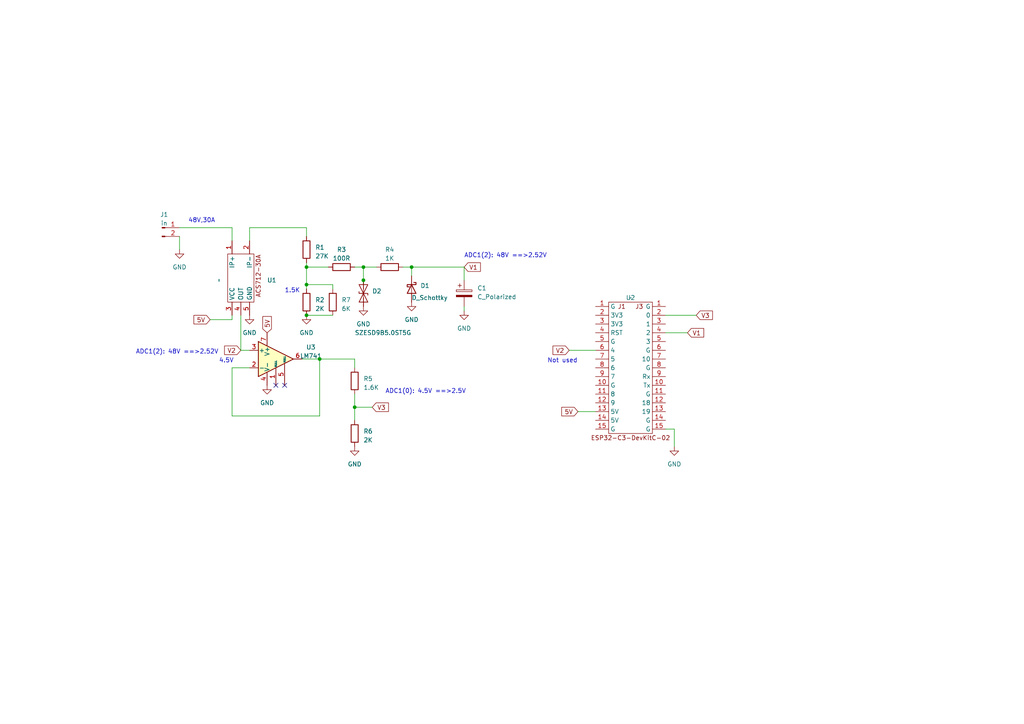
<source format=kicad_sch>
(kicad_sch (version 20230121) (generator eeschema)

  (uuid 3bf3f3b1-02f8-4d63-8e95-e6ca5f9d6777)

  (paper "A4")

  (title_block
    (title "VI Sensing for Lauron ")
    (rev "0")
    (company "IDS-FZI")
  )

  (lib_symbols
    (symbol "Amplifier_Operational:LM741" (pin_names (offset 0.127)) (in_bom yes) (on_board yes)
      (property "Reference" "U" (at 0 6.35 0)
        (effects (font (size 1.27 1.27)) (justify left))
      )
      (property "Value" "LM741" (at 0 3.81 0)
        (effects (font (size 1.27 1.27)) (justify left))
      )
      (property "Footprint" "" (at 1.27 1.27 0)
        (effects (font (size 1.27 1.27)) hide)
      )
      (property "Datasheet" "http://www.ti.com/lit/ds/symlink/lm741.pdf" (at 3.81 3.81 0)
        (effects (font (size 1.27 1.27)) hide)
      )
      (property "ki_keywords" "single opamp" (at 0 0 0)
        (effects (font (size 1.27 1.27)) hide)
      )
      (property "ki_description" "Operational Amplifier, DIP-8/TO-99-8" (at 0 0 0)
        (effects (font (size 1.27 1.27)) hide)
      )
      (property "ki_fp_filters" "SOIC*3.9x4.9mm*P1.27mm* DIP*W7.62mm* TSSOP*3x3mm*P0.65mm*" (at 0 0 0)
        (effects (font (size 1.27 1.27)) hide)
      )
      (symbol "LM741_0_1"
        (polyline
          (pts
            (xy -5.08 5.08)
            (xy 5.08 0)
            (xy -5.08 -5.08)
            (xy -5.08 5.08)
          )
          (stroke (width 0.254) (type default))
          (fill (type background))
        )
      )
      (symbol "LM741_1_1"
        (pin input line (at 0 -7.62 90) (length 5.08)
          (name "NULL" (effects (font (size 0.508 0.508))))
          (number "1" (effects (font (size 1.27 1.27))))
        )
        (pin input line (at -7.62 -2.54 0) (length 2.54)
          (name "-" (effects (font (size 1.27 1.27))))
          (number "2" (effects (font (size 1.27 1.27))))
        )
        (pin input line (at -7.62 2.54 0) (length 2.54)
          (name "+" (effects (font (size 1.27 1.27))))
          (number "3" (effects (font (size 1.27 1.27))))
        )
        (pin power_in line (at -2.54 -7.62 90) (length 3.81)
          (name "V-" (effects (font (size 1.27 1.27))))
          (number "4" (effects (font (size 1.27 1.27))))
        )
        (pin input line (at 2.54 -7.62 90) (length 6.35)
          (name "NULL" (effects (font (size 0.508 0.508))))
          (number "5" (effects (font (size 1.27 1.27))))
        )
        (pin output line (at 7.62 0 180) (length 2.54)
          (name "~" (effects (font (size 1.27 1.27))))
          (number "6" (effects (font (size 1.27 1.27))))
        )
        (pin power_in line (at -2.54 7.62 270) (length 3.81)
          (name "V+" (effects (font (size 1.27 1.27))))
          (number "7" (effects (font (size 1.27 1.27))))
        )
        (pin no_connect line (at 0 2.54 270) (length 2.54) hide
          (name "NC" (effects (font (size 1.27 1.27))))
          (number "8" (effects (font (size 1.27 1.27))))
        )
      )
    )
    (symbol "Connector:Conn_01x02_Pin" (pin_names (offset 1.016) hide) (in_bom yes) (on_board yes)
      (property "Reference" "J" (at 0 2.54 0)
        (effects (font (size 1.27 1.27)))
      )
      (property "Value" "Conn_01x02_Pin" (at 0 -5.08 0)
        (effects (font (size 1.27 1.27)))
      )
      (property "Footprint" "" (at 0 0 0)
        (effects (font (size 1.27 1.27)) hide)
      )
      (property "Datasheet" "~" (at 0 0 0)
        (effects (font (size 1.27 1.27)) hide)
      )
      (property "ki_locked" "" (at 0 0 0)
        (effects (font (size 1.27 1.27)))
      )
      (property "ki_keywords" "connector" (at 0 0 0)
        (effects (font (size 1.27 1.27)) hide)
      )
      (property "ki_description" "Generic connector, single row, 01x02, script generated" (at 0 0 0)
        (effects (font (size 1.27 1.27)) hide)
      )
      (property "ki_fp_filters" "Connector*:*_1x??_*" (at 0 0 0)
        (effects (font (size 1.27 1.27)) hide)
      )
      (symbol "Conn_01x02_Pin_1_1"
        (polyline
          (pts
            (xy 1.27 -2.54)
            (xy 0.8636 -2.54)
          )
          (stroke (width 0.1524) (type default))
          (fill (type none))
        )
        (polyline
          (pts
            (xy 1.27 0)
            (xy 0.8636 0)
          )
          (stroke (width 0.1524) (type default))
          (fill (type none))
        )
        (rectangle (start 0.8636 -2.413) (end 0 -2.667)
          (stroke (width 0.1524) (type default))
          (fill (type outline))
        )
        (rectangle (start 0.8636 0.127) (end 0 -0.127)
          (stroke (width 0.1524) (type default))
          (fill (type outline))
        )
        (pin passive line (at 5.08 0 180) (length 3.81)
          (name "Pin_1" (effects (font (size 1.27 1.27))))
          (number "1" (effects (font (size 1.27 1.27))))
        )
        (pin passive line (at 5.08 -2.54 180) (length 3.81)
          (name "Pin_2" (effects (font (size 1.27 1.27))))
          (number "2" (effects (font (size 1.27 1.27))))
        )
      )
    )
    (symbol "Device:C_Polarized" (pin_numbers hide) (pin_names (offset 0.254)) (in_bom yes) (on_board yes)
      (property "Reference" "C" (at 0.635 2.54 0)
        (effects (font (size 1.27 1.27)) (justify left))
      )
      (property "Value" "C_Polarized" (at 0.635 -2.54 0)
        (effects (font (size 1.27 1.27)) (justify left))
      )
      (property "Footprint" "" (at 0.9652 -3.81 0)
        (effects (font (size 1.27 1.27)) hide)
      )
      (property "Datasheet" "~" (at 0 0 0)
        (effects (font (size 1.27 1.27)) hide)
      )
      (property "ki_keywords" "cap capacitor" (at 0 0 0)
        (effects (font (size 1.27 1.27)) hide)
      )
      (property "ki_description" "Polarized capacitor" (at 0 0 0)
        (effects (font (size 1.27 1.27)) hide)
      )
      (property "ki_fp_filters" "CP_*" (at 0 0 0)
        (effects (font (size 1.27 1.27)) hide)
      )
      (symbol "C_Polarized_0_1"
        (rectangle (start -2.286 0.508) (end 2.286 1.016)
          (stroke (width 0) (type default))
          (fill (type none))
        )
        (polyline
          (pts
            (xy -1.778 2.286)
            (xy -0.762 2.286)
          )
          (stroke (width 0) (type default))
          (fill (type none))
        )
        (polyline
          (pts
            (xy -1.27 2.794)
            (xy -1.27 1.778)
          )
          (stroke (width 0) (type default))
          (fill (type none))
        )
        (rectangle (start 2.286 -0.508) (end -2.286 -1.016)
          (stroke (width 0) (type default))
          (fill (type outline))
        )
      )
      (symbol "C_Polarized_1_1"
        (pin passive line (at 0 3.81 270) (length 2.794)
          (name "~" (effects (font (size 1.27 1.27))))
          (number "1" (effects (font (size 1.27 1.27))))
        )
        (pin passive line (at 0 -3.81 90) (length 2.794)
          (name "~" (effects (font (size 1.27 1.27))))
          (number "2" (effects (font (size 1.27 1.27))))
        )
      )
    )
    (symbol "Device:D_Schottky" (pin_numbers hide) (pin_names (offset 1.016) hide) (in_bom yes) (on_board yes)
      (property "Reference" "D" (at 0 2.54 0)
        (effects (font (size 1.27 1.27)))
      )
      (property "Value" "D_Schottky" (at 0 -2.54 0)
        (effects (font (size 1.27 1.27)))
      )
      (property "Footprint" "" (at 0 0 0)
        (effects (font (size 1.27 1.27)) hide)
      )
      (property "Datasheet" "~" (at 0 0 0)
        (effects (font (size 1.27 1.27)) hide)
      )
      (property "ki_keywords" "diode Schottky" (at 0 0 0)
        (effects (font (size 1.27 1.27)) hide)
      )
      (property "ki_description" "Schottky diode" (at 0 0 0)
        (effects (font (size 1.27 1.27)) hide)
      )
      (property "ki_fp_filters" "TO-???* *_Diode_* *SingleDiode* D_*" (at 0 0 0)
        (effects (font (size 1.27 1.27)) hide)
      )
      (symbol "D_Schottky_0_1"
        (polyline
          (pts
            (xy 1.27 0)
            (xy -1.27 0)
          )
          (stroke (width 0) (type default))
          (fill (type none))
        )
        (polyline
          (pts
            (xy 1.27 1.27)
            (xy 1.27 -1.27)
            (xy -1.27 0)
            (xy 1.27 1.27)
          )
          (stroke (width 0.254) (type default))
          (fill (type none))
        )
        (polyline
          (pts
            (xy -1.905 0.635)
            (xy -1.905 1.27)
            (xy -1.27 1.27)
            (xy -1.27 -1.27)
            (xy -0.635 -1.27)
            (xy -0.635 -0.635)
          )
          (stroke (width 0.254) (type default))
          (fill (type none))
        )
      )
      (symbol "D_Schottky_1_1"
        (pin passive line (at -3.81 0 0) (length 2.54)
          (name "K" (effects (font (size 1.27 1.27))))
          (number "1" (effects (font (size 1.27 1.27))))
        )
        (pin passive line (at 3.81 0 180) (length 2.54)
          (name "A" (effects (font (size 1.27 1.27))))
          (number "2" (effects (font (size 1.27 1.27))))
        )
      )
    )
    (symbol "Device:R" (pin_numbers hide) (pin_names (offset 0)) (in_bom yes) (on_board yes)
      (property "Reference" "R" (at 2.032 0 90)
        (effects (font (size 1.27 1.27)))
      )
      (property "Value" "R" (at 0 0 90)
        (effects (font (size 1.27 1.27)))
      )
      (property "Footprint" "" (at -1.778 0 90)
        (effects (font (size 1.27 1.27)) hide)
      )
      (property "Datasheet" "~" (at 0 0 0)
        (effects (font (size 1.27 1.27)) hide)
      )
      (property "ki_keywords" "R res resistor" (at 0 0 0)
        (effects (font (size 1.27 1.27)) hide)
      )
      (property "ki_description" "Resistor" (at 0 0 0)
        (effects (font (size 1.27 1.27)) hide)
      )
      (property "ki_fp_filters" "R_*" (at 0 0 0)
        (effects (font (size 1.27 1.27)) hide)
      )
      (symbol "R_0_1"
        (rectangle (start -1.016 -2.54) (end 1.016 2.54)
          (stroke (width 0.254) (type default))
          (fill (type none))
        )
      )
      (symbol "R_1_1"
        (pin passive line (at 0 3.81 270) (length 1.27)
          (name "~" (effects (font (size 1.27 1.27))))
          (number "1" (effects (font (size 1.27 1.27))))
        )
        (pin passive line (at 0 -3.81 90) (length 1.27)
          (name "~" (effects (font (size 1.27 1.27))))
          (number "2" (effects (font (size 1.27 1.27))))
        )
      )
    )
    (symbol "Diode:SZESD9B5.0ST5G" (pin_numbers hide) (pin_names (offset 1.016) hide) (in_bom yes) (on_board yes)
      (property "Reference" "D" (at 0 2.54 0)
        (effects (font (size 1.27 1.27)))
      )
      (property "Value" "SZESD9B5.0ST5G" (at 0 -2.54 0)
        (effects (font (size 1.27 1.27)))
      )
      (property "Footprint" "Diode_SMD:D_SOD-923" (at 0 0 0)
        (effects (font (size 1.27 1.27)) hide)
      )
      (property "Datasheet" "https://www.onsemi.com/pub/Collateral/ESD9B-D.PDF" (at 0 0 0)
        (effects (font (size 1.27 1.27)) hide)
      )
      (property "ki_keywords" "diode TVS ESD" (at 0 0 0)
        (effects (font (size 1.27 1.27)) hide)
      )
      (property "ki_description" "ESD protection diode, 5.0Vrwm, SOD-923" (at 0 0 0)
        (effects (font (size 1.27 1.27)) hide)
      )
      (property "ki_fp_filters" "D*SOD?923*" (at 0 0 0)
        (effects (font (size 1.27 1.27)) hide)
      )
      (symbol "SZESD9B5.0ST5G_0_1"
        (polyline
          (pts
            (xy 1.27 0)
            (xy -1.27 0)
          )
          (stroke (width 0) (type default))
          (fill (type none))
        )
        (polyline
          (pts
            (xy -2.54 -1.27)
            (xy 0 0)
            (xy -2.54 1.27)
            (xy -2.54 -1.27)
          )
          (stroke (width 0.2032) (type default))
          (fill (type none))
        )
        (polyline
          (pts
            (xy 0.508 1.27)
            (xy 0 1.27)
            (xy 0 -1.27)
            (xy -0.508 -1.27)
          )
          (stroke (width 0.2032) (type default))
          (fill (type none))
        )
        (polyline
          (pts
            (xy 2.54 1.27)
            (xy 2.54 -1.27)
            (xy 0 0)
            (xy 2.54 1.27)
          )
          (stroke (width 0.2032) (type default))
          (fill (type none))
        )
      )
      (symbol "SZESD9B5.0ST5G_1_1"
        (pin passive line (at -3.81 0 0) (length 2.54)
          (name "A1" (effects (font (size 1.27 1.27))))
          (number "1" (effects (font (size 1.27 1.27))))
        )
        (pin passive line (at 3.81 0 180) (length 2.54)
          (name "A2" (effects (font (size 1.27 1.27))))
          (number "2" (effects (font (size 1.27 1.27))))
        )
      )
    )
    (symbol "VI:ACS712" (in_bom yes) (on_board yes)
      (property "Reference" "U" (at 0 0 0)
        (effects (font (size 1.27 1.27)))
      )
      (property "Value" "" (at 0 0 0)
        (effects (font (size 1.27 1.27)))
      )
      (property "Footprint" "" (at 0 0 0)
        (effects (font (size 1.27 1.27)) hide)
      )
      (property "Datasheet" "" (at 0 0 0)
        (effects (font (size 1.27 1.27)) hide)
      )
      (symbol "ACS712_0_1"
        (rectangle (start -6.35 -2.54) (end 7.62 -10.16)
          (stroke (width 0) (type default))
          (fill (type none))
        )
      )
      (symbol "ACS712_1_1"
        (text "ACS712-30A" (at 1.27 -11.43 0)
          (effects (font (size 1.27 1.27)))
        )
        (pin passive line (at 11.43 -3.81 180) (length 3.81)
          (name "IP+" (effects (font (size 1.27 1.27))))
          (number "1" (effects (font (size 1.27 1.27))))
        )
        (pin passive line (at 11.43 -8.89 180) (length 3.81)
          (name "IP-" (effects (font (size 1.27 1.27))))
          (number "2" (effects (font (size 1.27 1.27))))
        )
        (pin passive line (at -10.16 -3.81 0) (length 3.81)
          (name "VCC" (effects (font (size 1.27 1.27))))
          (number "3" (effects (font (size 1.27 1.27))))
        )
        (pin passive line (at -10.16 -6.35 0) (length 3.81)
          (name "OUT" (effects (font (size 1.27 1.27))))
          (number "4" (effects (font (size 1.27 1.27))))
        )
        (pin passive line (at -10.16 -8.89 0) (length 3.81)
          (name "GND" (effects (font (size 1.27 1.27))))
          (number "5" (effects (font (size 1.27 1.27))))
        )
      )
    )
    (symbol "VI:ESP32-C3" (in_bom yes) (on_board yes)
      (property "Reference" "U" (at 0 0 0)
        (effects (font (size 1.27 1.27)))
      )
      (property "Value" "" (at 0 0 0)
        (effects (font (size 1.27 1.27)))
      )
      (property "Footprint" "" (at 0 0 0)
        (effects (font (size 1.27 1.27)) hide)
      )
      (property "Datasheet" "" (at 0 0 0)
        (effects (font (size 1.27 1.27)) hide)
      )
      (symbol "ESP32-C3_0_1"
        (rectangle (start -6.35 -1.27) (end 6.35 -39.37)
          (stroke (width 0) (type default))
          (fill (type none))
        )
      )
      (symbol "ESP32-C3_1_1"
        (text "ESP32-C3-DevKitC-02" (at 0 -40.64 0)
          (effects (font (size 1.27 1.27)))
        )
        (text "J1" (at -2.54 -2.54 0)
          (effects (font (size 1.27 1.27)))
        )
        (text "J3" (at 2.54 -2.54 0)
          (effects (font (size 1.27 1.27)))
        )
        (pin passive line (at -10.16 -2.54 0) (length 3.81)
          (name "G" (effects (font (size 1.27 1.27))))
          (number "1" (effects (font (size 1.27 1.27))))
        )
        (pin passive line (at 10.16 -2.54 180) (length 3.81)
          (name "G" (effects (font (size 1.27 1.27))))
          (number "1" (effects (font (size 1.27 1.27))))
        )
        (pin passive line (at -10.16 -25.4 0) (length 3.81)
          (name "G" (effects (font (size 1.27 1.27))))
          (number "10" (effects (font (size 1.27 1.27))))
        )
        (pin passive line (at 10.16 -25.4 180) (length 3.81)
          (name "Tx" (effects (font (size 1.27 1.27))))
          (number "10" (effects (font (size 1.27 1.27))))
        )
        (pin passive line (at -10.16 -27.94 0) (length 3.81)
          (name "8" (effects (font (size 1.27 1.27))))
          (number "11" (effects (font (size 1.27 1.27))))
        )
        (pin passive line (at 10.16 -27.94 180) (length 3.81)
          (name "G" (effects (font (size 1.27 1.27))))
          (number "11" (effects (font (size 1.27 1.27))))
        )
        (pin passive line (at 10.16 -30.48 180) (length 3.81)
          (name "18" (effects (font (size 1.27 1.27))))
          (number "12" (effects (font (size 1.27 1.27))))
        )
        (pin passive line (at -10.16 -30.48 0) (length 3.81)
          (name "9" (effects (font (size 1.27 1.27))))
          (number "12" (effects (font (size 1.27 1.27))))
        )
        (pin passive line (at 10.16 -33.02 180) (length 3.81)
          (name "19" (effects (font (size 1.27 1.27))))
          (number "13" (effects (font (size 1.27 1.27))))
        )
        (pin passive line (at -10.16 -33.02 0) (length 3.81)
          (name "5V" (effects (font (size 1.27 1.27))))
          (number "13" (effects (font (size 1.27 1.27))))
        )
        (pin passive line (at -10.16 -35.56 0) (length 3.81)
          (name "5V" (effects (font (size 1.27 1.27))))
          (number "14" (effects (font (size 1.27 1.27))))
        )
        (pin passive line (at 10.16 -35.56 180) (length 3.81)
          (name "G" (effects (font (size 1.27 1.27))))
          (number "14" (effects (font (size 1.27 1.27))))
        )
        (pin passive line (at -10.16 -38.1 0) (length 3.81)
          (name "G" (effects (font (size 1.27 1.27))))
          (number "15" (effects (font (size 1.27 1.27))))
        )
        (pin passive line (at 10.16 -38.1 180) (length 3.81)
          (name "G" (effects (font (size 1.27 1.27))))
          (number "15" (effects (font (size 1.27 1.27))))
        )
        (pin passive line (at 10.16 -5.08 180) (length 3.81)
          (name "0" (effects (font (size 1.27 1.27))))
          (number "2" (effects (font (size 1.27 1.27))))
        )
        (pin passive line (at -10.16 -5.08 0) (length 3.81)
          (name "3V3" (effects (font (size 1.27 1.27))))
          (number "2" (effects (font (size 1.27 1.27))))
        )
        (pin passive line (at 10.16 -7.62 180) (length 3.81)
          (name "1" (effects (font (size 1.27 1.27))))
          (number "3" (effects (font (size 1.27 1.27))))
        )
        (pin passive line (at -10.16 -7.62 0) (length 3.81)
          (name "3V3" (effects (font (size 1.27 1.27))))
          (number "3" (effects (font (size 1.27 1.27))))
        )
        (pin passive line (at 10.16 -10.16 180) (length 3.81)
          (name "2" (effects (font (size 1.27 1.27))))
          (number "4" (effects (font (size 1.27 1.27))))
        )
        (pin passive line (at -10.16 -10.16 0) (length 3.81)
          (name "RST" (effects (font (size 1.27 1.27))))
          (number "4" (effects (font (size 1.27 1.27))))
        )
        (pin passive line (at 10.16 -12.7 180) (length 3.81)
          (name "3" (effects (font (size 1.27 1.27))))
          (number "5" (effects (font (size 1.27 1.27))))
        )
        (pin passive line (at -10.16 -12.7 0) (length 3.81)
          (name "G" (effects (font (size 1.27 1.27))))
          (number "5" (effects (font (size 1.27 1.27))))
        )
        (pin passive line (at -10.16 -15.24 0) (length 3.81)
          (name "4" (effects (font (size 1.27 1.27))))
          (number "6" (effects (font (size 1.27 1.27))))
        )
        (pin passive line (at 10.16 -15.24 180) (length 3.81)
          (name "G" (effects (font (size 1.27 1.27))))
          (number "6" (effects (font (size 1.27 1.27))))
        )
        (pin passive line (at 10.16 -17.78 180) (length 3.81)
          (name "10" (effects (font (size 1.27 1.27))))
          (number "7" (effects (font (size 1.27 1.27))))
        )
        (pin passive line (at -10.16 -17.78 0) (length 3.81)
          (name "5" (effects (font (size 1.27 1.27))))
          (number "7" (effects (font (size 1.27 1.27))))
        )
        (pin passive line (at -10.16 -20.32 0) (length 3.81)
          (name "6" (effects (font (size 1.27 1.27))))
          (number "8" (effects (font (size 1.27 1.27))))
        )
        (pin passive line (at 10.16 -20.32 180) (length 3.81)
          (name "G" (effects (font (size 1.27 1.27))))
          (number "8" (effects (font (size 1.27 1.27))))
        )
        (pin passive line (at -10.16 -22.86 0) (length 3.81)
          (name "7" (effects (font (size 1.27 1.27))))
          (number "9" (effects (font (size 1.27 1.27))))
        )
        (pin passive line (at 10.16 -22.86 180) (length 3.81)
          (name "Rx" (effects (font (size 1.27 1.27))))
          (number "9" (effects (font (size 1.27 1.27))))
        )
      )
    )
    (symbol "power:GND" (power) (pin_names (offset 0)) (in_bom yes) (on_board yes)
      (property "Reference" "#PWR" (at 0 -6.35 0)
        (effects (font (size 1.27 1.27)) hide)
      )
      (property "Value" "GND" (at 0 -3.81 0)
        (effects (font (size 1.27 1.27)))
      )
      (property "Footprint" "" (at 0 0 0)
        (effects (font (size 1.27 1.27)) hide)
      )
      (property "Datasheet" "" (at 0 0 0)
        (effects (font (size 1.27 1.27)) hide)
      )
      (property "ki_keywords" "global power" (at 0 0 0)
        (effects (font (size 1.27 1.27)) hide)
      )
      (property "ki_description" "Power symbol creates a global label with name \"GND\" , ground" (at 0 0 0)
        (effects (font (size 1.27 1.27)) hide)
      )
      (symbol "GND_0_1"
        (polyline
          (pts
            (xy 0 0)
            (xy 0 -1.27)
            (xy 1.27 -1.27)
            (xy 0 -2.54)
            (xy -1.27 -1.27)
            (xy 0 -1.27)
          )
          (stroke (width 0) (type default))
          (fill (type none))
        )
      )
      (symbol "GND_1_1"
        (pin power_in line (at 0 0 270) (length 0) hide
          (name "GND" (effects (font (size 1.27 1.27))))
          (number "1" (effects (font (size 1.27 1.27))))
        )
      )
    )
  )

  (junction (at 102.87 118.11) (diameter 0) (color 0 0 0 0)
    (uuid 1c1a61e8-6bf8-486f-b3ba-d6ca65a312eb)
  )
  (junction (at 119.38 77.47) (diameter 0) (color 0 0 0 0)
    (uuid 2648015c-df0f-4fe1-858b-0494b047d0dc)
  )
  (junction (at 88.9 77.47) (diameter 0) (color 0 0 0 0)
    (uuid 26c820b0-206b-4d11-a0fb-679b5140c990)
  )
  (junction (at 88.9 91.44) (diameter 0) (color 0 0 0 0)
    (uuid 3e1dc16e-e213-4dcf-9168-41de2a686fb5)
  )
  (junction (at 88.9 82.55) (diameter 0) (color 0 0 0 0)
    (uuid 40cae3e0-0f5a-44b0-a8d5-e509c264e1af)
  )
  (junction (at 92.71 104.14) (diameter 0) (color 0 0 0 0)
    (uuid 53ee0c14-7a5c-4f14-9639-0368187df08f)
  )
  (junction (at 105.41 81.28) (diameter 0) (color 0 0 0 0)
    (uuid 7249a6df-8bbc-4715-9693-aac73b8a74a7)
  )
  (junction (at 105.41 77.47) (diameter 0) (color 0 0 0 0)
    (uuid c6f42fdd-65d5-4602-a476-afe56c874840)
  )

  (no_connect (at 80.01 111.76) (uuid 302cd4f3-302a-459a-9b4e-e80b384ddcc2))
  (no_connect (at 82.55 111.76) (uuid 784a0434-798d-412e-aec9-282733993bce))

  (wire (pts (xy 195.58 124.46) (xy 195.58 129.54))
    (stroke (width 0) (type default))
    (uuid 073134cf-8bf0-45e0-8819-83dc74405334)
  )
  (wire (pts (xy 87.63 104.14) (xy 92.71 104.14))
    (stroke (width 0) (type default))
    (uuid 0a85b85b-4a40-47c9-b7e9-715867d1340b)
  )
  (wire (pts (xy 69.85 101.6) (xy 72.39 101.6))
    (stroke (width 0) (type default))
    (uuid 128dafcc-2237-4be5-8e36-2801a7ebb237)
  )
  (wire (pts (xy 88.9 77.47) (xy 88.9 82.55))
    (stroke (width 0) (type default))
    (uuid 176b76f0-eeef-4f81-a9b7-49d8f0d357d6)
  )
  (wire (pts (xy 88.9 76.2) (xy 88.9 77.47))
    (stroke (width 0) (type default))
    (uuid 219ad92d-1528-4a5e-b6d1-fb5fb64a10f5)
  )
  (wire (pts (xy 67.31 66.04) (xy 67.31 69.85))
    (stroke (width 0) (type default))
    (uuid 2668a5b0-dffe-4d0a-b545-a4e6b74ed100)
  )
  (wire (pts (xy 102.87 77.47) (xy 105.41 77.47))
    (stroke (width 0) (type default))
    (uuid 286a313b-d0ba-408b-b030-aec03949df04)
  )
  (wire (pts (xy 105.41 77.47) (xy 109.22 77.47))
    (stroke (width 0) (type default))
    (uuid 326c50cf-c54b-4aea-84b8-c4690e5fdaca)
  )
  (wire (pts (xy 134.62 88.9) (xy 134.62 90.17))
    (stroke (width 0) (type default))
    (uuid 3981436b-e8e6-4f5e-8788-4f4dc034034c)
  )
  (wire (pts (xy 105.41 77.47) (xy 105.41 81.28))
    (stroke (width 0) (type default))
    (uuid 402d559b-61aa-48eb-a93b-f06e2472bda6)
  )
  (wire (pts (xy 67.31 92.71) (xy 67.31 91.44))
    (stroke (width 0) (type default))
    (uuid 451b1b7e-6001-4aef-9f38-be7564c88241)
  )
  (wire (pts (xy 72.39 66.04) (xy 88.9 66.04))
    (stroke (width 0) (type default))
    (uuid 48045f20-01ec-410e-9061-ba6b09f9b735)
  )
  (wire (pts (xy 193.04 124.46) (xy 195.58 124.46))
    (stroke (width 0) (type default))
    (uuid 5284041a-8e3d-4ac7-bfca-1c592727e857)
  )
  (wire (pts (xy 92.71 120.65) (xy 92.71 104.14))
    (stroke (width 0) (type default))
    (uuid 56a1efd8-b109-40da-9f86-13109872c841)
  )
  (wire (pts (xy 105.41 82.55) (xy 105.41 81.28))
    (stroke (width 0) (type default))
    (uuid 7150beb7-f856-426f-a8b9-4745cc57f20a)
  )
  (wire (pts (xy 199.39 96.52) (xy 193.04 96.52))
    (stroke (width 0) (type default))
    (uuid 72c07423-e252-4bf0-a589-e7729274e7a8)
  )
  (wire (pts (xy 92.71 104.14) (xy 102.87 104.14))
    (stroke (width 0) (type default))
    (uuid 75ec6475-aadd-4532-a393-b7ccd0f5a863)
  )
  (wire (pts (xy 102.87 104.14) (xy 102.87 106.68))
    (stroke (width 0) (type default))
    (uuid 8046ccfd-6187-4c42-bd76-5110b753b80e)
  )
  (wire (pts (xy 134.62 77.47) (xy 134.62 81.28))
    (stroke (width 0) (type default))
    (uuid 832f01ef-1d97-4764-9c40-e3df1d6d4d1f)
  )
  (wire (pts (xy 119.38 77.47) (xy 119.38 80.01))
    (stroke (width 0) (type default))
    (uuid 898c4780-e575-4d6a-b013-6afaba09333b)
  )
  (wire (pts (xy 102.87 118.11) (xy 102.87 121.92))
    (stroke (width 0) (type default))
    (uuid 901c37d3-fc3f-4d07-9fa8-72a7a02c3f9f)
  )
  (wire (pts (xy 167.64 119.38) (xy 172.72 119.38))
    (stroke (width 0) (type default))
    (uuid 91b1a4c6-8c5c-4ecb-891a-deae3767ec5f)
  )
  (wire (pts (xy 96.52 82.55) (xy 96.52 83.82))
    (stroke (width 0) (type default))
    (uuid 94a53fb7-b355-47bf-bdc0-1726dc39313e)
  )
  (wire (pts (xy 52.07 68.58) (xy 52.07 72.39))
    (stroke (width 0) (type default))
    (uuid 9c75bed3-43b6-4d83-b551-42fd2bb59ba4)
  )
  (wire (pts (xy 88.9 66.04) (xy 88.9 68.58))
    (stroke (width 0) (type default))
    (uuid 9f84262c-bbd2-4bbf-a161-3f1851e651b9)
  )
  (wire (pts (xy 116.84 77.47) (xy 119.38 77.47))
    (stroke (width 0) (type default))
    (uuid ac448440-0d93-430c-93bd-413deed568e4)
  )
  (wire (pts (xy 52.07 66.04) (xy 67.31 66.04))
    (stroke (width 0) (type default))
    (uuid b2e666d1-26a1-48a3-b7fa-e5a1d047b816)
  )
  (wire (pts (xy 88.9 91.44) (xy 96.52 91.44))
    (stroke (width 0) (type default))
    (uuid b426ef8c-d150-499d-be84-0d9b8dced3ae)
  )
  (wire (pts (xy 88.9 77.47) (xy 95.25 77.47))
    (stroke (width 0) (type default))
    (uuid bd63d611-c12c-42e0-a2bd-d99a38325666)
  )
  (wire (pts (xy 72.39 69.85) (xy 72.39 66.04))
    (stroke (width 0) (type default))
    (uuid be14062e-0cd5-4104-b81e-991df0b01a09)
  )
  (wire (pts (xy 119.38 77.47) (xy 134.62 77.47))
    (stroke (width 0) (type default))
    (uuid c3f08e29-fdd0-4e67-8886-7907ea0052ac)
  )
  (wire (pts (xy 165.1 101.6) (xy 172.72 101.6))
    (stroke (width 0) (type default))
    (uuid c57bc30f-0378-4908-ade3-2ed0eb74ba43)
  )
  (wire (pts (xy 201.93 91.44) (xy 193.04 91.44))
    (stroke (width 0) (type default))
    (uuid caeeb75a-945f-418c-9709-87d590dc9845)
  )
  (wire (pts (xy 67.31 106.68) (xy 67.31 120.65))
    (stroke (width 0) (type default))
    (uuid d397c44a-a614-4c91-9505-98eb3885045f)
  )
  (wire (pts (xy 67.31 120.65) (xy 92.71 120.65))
    (stroke (width 0) (type default))
    (uuid d46461b7-f012-42f2-963c-f9b9a1ac1b41)
  )
  (wire (pts (xy 107.95 118.11) (xy 102.87 118.11))
    (stroke (width 0) (type default))
    (uuid de762b6a-38c4-4ac7-af65-7c21ca562004)
  )
  (wire (pts (xy 72.39 106.68) (xy 67.31 106.68))
    (stroke (width 0) (type default))
    (uuid e7f635f6-9ff8-4719-9f87-a7925e6f9176)
  )
  (wire (pts (xy 102.87 114.3) (xy 102.87 118.11))
    (stroke (width 0) (type default))
    (uuid eaad6883-0077-4e0f-80fb-59518f30f5cc)
  )
  (wire (pts (xy 60.96 92.71) (xy 67.31 92.71))
    (stroke (width 0) (type default))
    (uuid ecc456a8-eaa9-4f40-ba48-adba13bc59a7)
  )
  (wire (pts (xy 88.9 82.55) (xy 96.52 82.55))
    (stroke (width 0) (type default))
    (uuid ed6c50e9-16be-4c02-ad41-3929a25ed02c)
  )
  (wire (pts (xy 88.9 82.55) (xy 88.9 83.82))
    (stroke (width 0) (type default))
    (uuid ed7a7672-eac9-401d-9ea9-f088b4f9dc3e)
  )
  (wire (pts (xy 69.85 91.44) (xy 69.85 101.6))
    (stroke (width 0) (type default))
    (uuid f2ac316d-f0a1-4ee4-9575-dcc960476c57)
  )

  (text "ADC1(2): 48V ==>2.52V" (at 39.37 102.87 0)
    (effects (font (size 1.27 1.27)) (justify left bottom))
    (uuid 326b5b9a-b57a-4c4c-81c9-4277a5746c74)
  )
  (text "4.5V" (at 63.5 105.41 0)
    (effects (font (size 1.27 1.27)) (justify left bottom))
    (uuid 4ce162c8-ea87-49c9-aadd-cd37a962ddfa)
  )
  (text "1.5K" (at 82.55 85.09 0)
    (effects (font (size 1.27 1.27)) (justify left bottom))
    (uuid 7ea612ee-085b-4fd7-9b16-eafb156b1401)
  )
  (text "ADC1(0): 4.5V ==>2.5V" (at 111.76 114.3 0)
    (effects (font (size 1.27 1.27)) (justify left bottom))
    (uuid ad52d51a-72d6-4108-ac8d-8ae8d8a6e505)
  )
  (text "Not used" (at 158.75 105.41 0)
    (effects (font (size 1.27 1.27)) (justify left bottom))
    (uuid e62a0762-a092-443d-88f7-83ad7d1b344b)
  )
  (text "ADC1(2): 48V ==>2.52V" (at 134.62 74.93 0)
    (effects (font (size 1.27 1.27)) (justify left bottom))
    (uuid e67b738e-6e89-4dda-a820-7a808163257d)
  )
  (text "48V,30A" (at 54.61 64.77 0)
    (effects (font (size 1.27 1.27)) (justify left bottom))
    (uuid fea1edb3-4b9b-4a64-bb88-bcb454661d64)
  )

  (global_label "V1" (shape input) (at 199.39 96.52 0) (fields_autoplaced)
    (effects (font (size 1.27 1.27)) (justify left))
    (uuid 153eac8f-ba67-4f05-b977-6dff8911dd78)
    (property "Intersheetrefs" "${INTERSHEET_REFS}" (at 204.5939 96.52 0)
      (effects (font (size 1.27 1.27)) (justify left) hide)
    )
  )
  (global_label "V3" (shape input) (at 107.95 118.11 0) (fields_autoplaced)
    (effects (font (size 1.27 1.27)) (justify left))
    (uuid 32e093e5-5f8e-4bab-a69f-fc144b26c180)
    (property "Intersheetrefs" "${INTERSHEET_REFS}" (at 113.1539 118.11 0)
      (effects (font (size 1.27 1.27)) (justify left) hide)
    )
  )
  (global_label "V1" (shape input) (at 134.62 77.47 0) (fields_autoplaced)
    (effects (font (size 1.27 1.27)) (justify left))
    (uuid 44cb883d-543e-4156-97ca-56718dd26379)
    (property "Intersheetrefs" "${INTERSHEET_REFS}" (at 139.8239 77.47 0)
      (effects (font (size 1.27 1.27)) (justify left) hide)
    )
  )
  (global_label "5V" (shape input) (at 60.96 92.71 180) (fields_autoplaced)
    (effects (font (size 1.27 1.27)) (justify right))
    (uuid 4dcfb241-2077-4aca-9432-12269beec66d)
    (property "Intersheetrefs" "${INTERSHEET_REFS}" (at 55.7561 92.71 0)
      (effects (font (size 1.27 1.27)) (justify right) hide)
    )
  )
  (global_label "V2" (shape input) (at 69.85 101.6 180) (fields_autoplaced)
    (effects (font (size 1.27 1.27)) (justify right))
    (uuid c73d72d8-80e6-4724-840b-00dcac341b93)
    (property "Intersheetrefs" "${INTERSHEET_REFS}" (at 64.6461 101.6 0)
      (effects (font (size 1.27 1.27)) (justify right) hide)
    )
  )
  (global_label "V3" (shape input) (at 201.93 91.44 0) (fields_autoplaced)
    (effects (font (size 1.27 1.27)) (justify left))
    (uuid e4cb64ea-a16d-4bfa-8b42-1e4193fefc93)
    (property "Intersheetrefs" "${INTERSHEET_REFS}" (at 207.1339 91.44 0)
      (effects (font (size 1.27 1.27)) (justify left) hide)
    )
  )
  (global_label "5V" (shape input) (at 77.47 96.52 90) (fields_autoplaced)
    (effects (font (size 1.27 1.27)) (justify left))
    (uuid e748c261-bb3a-48f6-8e49-2ee81e7dfb27)
    (property "Intersheetrefs" "${INTERSHEET_REFS}" (at 77.47 91.3161 90)
      (effects (font (size 1.27 1.27)) (justify left) hide)
    )
  )
  (global_label "V2" (shape input) (at 165.1 101.6 180) (fields_autoplaced)
    (effects (font (size 1.27 1.27)) (justify right))
    (uuid ecb15fee-11bc-4572-a397-aa31e2ca665c)
    (property "Intersheetrefs" "${INTERSHEET_REFS}" (at 159.8961 101.6 0)
      (effects (font (size 1.27 1.27)) (justify right) hide)
    )
  )
  (global_label "5V" (shape input) (at 167.64 119.38 180) (fields_autoplaced)
    (effects (font (size 1.27 1.27)) (justify right))
    (uuid fa27f851-289c-4cea-bd35-e1b6fd97ec42)
    (property "Intersheetrefs" "${INTERSHEET_REFS}" (at 162.4361 119.38 0)
      (effects (font (size 1.27 1.27)) (justify right) hide)
    )
  )

  (symbol (lib_id "Device:C_Polarized") (at 134.62 85.09 0) (unit 1)
    (in_bom yes) (on_board yes) (dnp no) (fields_autoplaced)
    (uuid 24db1978-3ee7-4dc0-878a-0005d9da5ce1)
    (property "Reference" "C1" (at 138.43 83.566 0)
      (effects (font (size 1.27 1.27)) (justify left))
    )
    (property "Value" "C_Polarized" (at 138.43 86.106 0)
      (effects (font (size 1.27 1.27)) (justify left))
    )
    (property "Footprint" "" (at 135.5852 88.9 0)
      (effects (font (size 1.27 1.27)) hide)
    )
    (property "Datasheet" "~" (at 134.62 85.09 0)
      (effects (font (size 1.27 1.27)) hide)
    )
    (pin "1" (uuid ffe15e6b-9533-4b66-844b-4164876125b0))
    (pin "2" (uuid 574fec29-05bf-4252-9f8e-c265f8ea619b))
    (instances
      (project "VISensing"
        (path "/3bf3f3b1-02f8-4d63-8e95-e6ca5f9d6777"
          (reference "C1") (unit 1)
        )
      )
    )
  )

  (symbol (lib_id "Device:R") (at 102.87 125.73 0) (unit 1)
    (in_bom yes) (on_board yes) (dnp no) (fields_autoplaced)
    (uuid 28760601-6583-421f-b549-e89e4c85f6c0)
    (property "Reference" "R6" (at 105.41 125.095 0)
      (effects (font (size 1.27 1.27)) (justify left))
    )
    (property "Value" "2K" (at 105.41 127.635 0)
      (effects (font (size 1.27 1.27)) (justify left))
    )
    (property "Footprint" "" (at 101.092 125.73 90)
      (effects (font (size 1.27 1.27)) hide)
    )
    (property "Datasheet" "~" (at 102.87 125.73 0)
      (effects (font (size 1.27 1.27)) hide)
    )
    (pin "1" (uuid 65774514-e22a-4341-b9e6-e8f2e50991e7))
    (pin "2" (uuid 7d825600-5b49-4c48-b3cf-71e1ab65fb21))
    (instances
      (project "VISensing"
        (path "/3bf3f3b1-02f8-4d63-8e95-e6ca5f9d6777"
          (reference "R6") (unit 1)
        )
      )
    )
  )

  (symbol (lib_id "Device:R") (at 88.9 87.63 180) (unit 1)
    (in_bom yes) (on_board yes) (dnp no) (fields_autoplaced)
    (uuid 2cfa9ece-b556-4626-b8b3-262a10d44bbd)
    (property "Reference" "R2" (at 91.44 86.995 0)
      (effects (font (size 1.27 1.27)) (justify right))
    )
    (property "Value" "2K" (at 91.44 89.535 0)
      (effects (font (size 1.27 1.27)) (justify right))
    )
    (property "Footprint" "" (at 90.678 87.63 90)
      (effects (font (size 1.27 1.27)) hide)
    )
    (property "Datasheet" "~" (at 88.9 87.63 0)
      (effects (font (size 1.27 1.27)) hide)
    )
    (pin "1" (uuid 6dbdea6a-f803-40d8-8215-fb360c921fc9))
    (pin "2" (uuid 1769f7c7-996e-4347-a217-01f4c9ad135f))
    (instances
      (project "VISensing"
        (path "/3bf3f3b1-02f8-4d63-8e95-e6ca5f9d6777"
          (reference "R2") (unit 1)
        )
      )
    )
  )

  (symbol (lib_id "Device:R") (at 96.52 87.63 180) (unit 1)
    (in_bom yes) (on_board yes) (dnp no) (fields_autoplaced)
    (uuid 330de603-65a5-4612-82af-4ec39c86194b)
    (property "Reference" "R7" (at 99.06 86.995 0)
      (effects (font (size 1.27 1.27)) (justify right))
    )
    (property "Value" "6K" (at 99.06 89.535 0)
      (effects (font (size 1.27 1.27)) (justify right))
    )
    (property "Footprint" "" (at 98.298 87.63 90)
      (effects (font (size 1.27 1.27)) hide)
    )
    (property "Datasheet" "~" (at 96.52 87.63 0)
      (effects (font (size 1.27 1.27)) hide)
    )
    (pin "1" (uuid d35bf724-9db1-46c7-913a-4ce22e88fd86))
    (pin "2" (uuid 47c4e972-3dc1-443a-ada5-0842f19368c7))
    (instances
      (project "VISensing"
        (path "/3bf3f3b1-02f8-4d63-8e95-e6ca5f9d6777"
          (reference "R7") (unit 1)
        )
      )
    )
  )

  (symbol (lib_id "VI:ACS712") (at 63.5 81.28 90) (unit 1)
    (in_bom yes) (on_board yes) (dnp no) (fields_autoplaced)
    (uuid 3b1cf216-47cc-4296-b497-86e7857aeeb9)
    (property "Reference" "U1" (at 77.47 81.28 90)
      (effects (font (size 1.27 1.27)) (justify right))
    )
    (property "Value" "~" (at 63.5 81.28 0)
      (effects (font (size 1.27 1.27)))
    )
    (property "Footprint" "" (at 63.5 81.28 0)
      (effects (font (size 1.27 1.27)) hide)
    )
    (property "Datasheet" "" (at 63.5 81.28 0)
      (effects (font (size 1.27 1.27)) hide)
    )
    (pin "1" (uuid f318db5e-893b-4d48-a1e0-aed191f4aecb))
    (pin "2" (uuid 0c759643-4778-4cea-9c07-723bd658c7ea))
    (pin "3" (uuid 7dcca656-21bc-4b42-b376-a4a064d6f803))
    (pin "4" (uuid 7fdee6f4-b3fc-41ea-bd50-14b87c8bcbe3))
    (pin "5" (uuid 7bae111a-9f45-441d-8a47-cdf785788bd1))
    (instances
      (project "VISensing"
        (path "/3bf3f3b1-02f8-4d63-8e95-e6ca5f9d6777"
          (reference "U1") (unit 1)
        )
      )
    )
  )

  (symbol (lib_id "Device:R") (at 102.87 110.49 0) (unit 1)
    (in_bom yes) (on_board yes) (dnp no) (fields_autoplaced)
    (uuid 4963330a-1216-47b1-a2db-3ad7b5f05bac)
    (property "Reference" "R5" (at 105.41 109.855 0)
      (effects (font (size 1.27 1.27)) (justify left))
    )
    (property "Value" "1.6K" (at 105.41 112.395 0)
      (effects (font (size 1.27 1.27)) (justify left))
    )
    (property "Footprint" "" (at 101.092 110.49 90)
      (effects (font (size 1.27 1.27)) hide)
    )
    (property "Datasheet" "~" (at 102.87 110.49 0)
      (effects (font (size 1.27 1.27)) hide)
    )
    (pin "1" (uuid 0d7594dd-2704-43f5-a0c2-594a7201d7f9))
    (pin "2" (uuid c26e1357-6e34-48d9-aeba-cbc33f2b7237))
    (instances
      (project "VISensing"
        (path "/3bf3f3b1-02f8-4d63-8e95-e6ca5f9d6777"
          (reference "R5") (unit 1)
        )
      )
    )
  )

  (symbol (lib_id "Device:R") (at 99.06 77.47 90) (unit 1)
    (in_bom yes) (on_board yes) (dnp no) (fields_autoplaced)
    (uuid 4b578d40-b592-4dbf-9f33-ff5bd3605e2e)
    (property "Reference" "R3" (at 99.06 72.39 90)
      (effects (font (size 1.27 1.27)))
    )
    (property "Value" "100R" (at 99.06 74.93 90)
      (effects (font (size 1.27 1.27)))
    )
    (property "Footprint" "" (at 99.06 79.248 90)
      (effects (font (size 1.27 1.27)) hide)
    )
    (property "Datasheet" "~" (at 99.06 77.47 0)
      (effects (font (size 1.27 1.27)) hide)
    )
    (pin "1" (uuid 95bcd470-7386-4248-8506-3ef133b90270))
    (pin "2" (uuid be207339-2a66-4233-8eb7-6e21a3d9e8b5))
    (instances
      (project "VISensing"
        (path "/3bf3f3b1-02f8-4d63-8e95-e6ca5f9d6777"
          (reference "R3") (unit 1)
        )
      )
    )
  )

  (symbol (lib_id "power:GND") (at 119.38 87.63 0) (unit 1)
    (in_bom yes) (on_board yes) (dnp no) (fields_autoplaced)
    (uuid 7e25ddcb-679d-4938-b4e8-23c05e9b561f)
    (property "Reference" "#PWR05" (at 119.38 93.98 0)
      (effects (font (size 1.27 1.27)) hide)
    )
    (property "Value" "GND" (at 119.38 92.71 0)
      (effects (font (size 1.27 1.27)))
    )
    (property "Footprint" "" (at 119.38 87.63 0)
      (effects (font (size 1.27 1.27)) hide)
    )
    (property "Datasheet" "" (at 119.38 87.63 0)
      (effects (font (size 1.27 1.27)) hide)
    )
    (pin "1" (uuid 947d4f62-1f34-43fe-b99c-b3839ad84749))
    (instances
      (project "VISensing"
        (path "/3bf3f3b1-02f8-4d63-8e95-e6ca5f9d6777"
          (reference "#PWR05") (unit 1)
        )
      )
    )
  )

  (symbol (lib_id "power:GND") (at 52.07 72.39 0) (unit 1)
    (in_bom yes) (on_board yes) (dnp no) (fields_autoplaced)
    (uuid 82cfd6f8-f71c-49a1-a575-365fc858c7dc)
    (property "Reference" "#PWR01" (at 52.07 78.74 0)
      (effects (font (size 1.27 1.27)) hide)
    )
    (property "Value" "GND" (at 52.07 77.47 0)
      (effects (font (size 1.27 1.27)))
    )
    (property "Footprint" "" (at 52.07 72.39 0)
      (effects (font (size 1.27 1.27)) hide)
    )
    (property "Datasheet" "" (at 52.07 72.39 0)
      (effects (font (size 1.27 1.27)) hide)
    )
    (pin "1" (uuid c0bde418-538a-4f5e-839f-c776d11308fa))
    (instances
      (project "VISensing"
        (path "/3bf3f3b1-02f8-4d63-8e95-e6ca5f9d6777"
          (reference "#PWR01") (unit 1)
        )
      )
    )
  )

  (symbol (lib_id "power:GND") (at 72.39 91.44 0) (unit 1)
    (in_bom yes) (on_board yes) (dnp no) (fields_autoplaced)
    (uuid 8e7efd9d-6b58-4fb5-b9bd-5a97f19e434c)
    (property "Reference" "#PWR02" (at 72.39 97.79 0)
      (effects (font (size 1.27 1.27)) hide)
    )
    (property "Value" "GND" (at 72.39 96.52 0)
      (effects (font (size 1.27 1.27)))
    )
    (property "Footprint" "" (at 72.39 91.44 0)
      (effects (font (size 1.27 1.27)) hide)
    )
    (property "Datasheet" "" (at 72.39 91.44 0)
      (effects (font (size 1.27 1.27)) hide)
    )
    (pin "1" (uuid a3d6ff1e-ed67-4971-97d8-26538c6ed7aa))
    (instances
      (project "VISensing"
        (path "/3bf3f3b1-02f8-4d63-8e95-e6ca5f9d6777"
          (reference "#PWR02") (unit 1)
        )
      )
    )
  )

  (symbol (lib_id "VI:ESP32-C3") (at 182.88 86.36 0) (unit 1)
    (in_bom yes) (on_board yes) (dnp no) (fields_autoplaced)
    (uuid a3c1368d-b14d-495d-bc59-7cc446f1f77a)
    (property "Reference" "U2" (at 182.88 86.36 0)
      (effects (font (size 1.27 1.27)))
    )
    (property "Value" "~" (at 182.88 86.36 0)
      (effects (font (size 1.27 1.27)))
    )
    (property "Footprint" "" (at 182.88 86.36 0)
      (effects (font (size 1.27 1.27)) hide)
    )
    (property "Datasheet" "" (at 182.88 86.36 0)
      (effects (font (size 1.27 1.27)) hide)
    )
    (pin "1" (uuid 8abba88e-5db9-4a76-ab40-25ef675f8a91))
    (pin "1" (uuid 8abba88e-5db9-4a76-ab40-25ef675f8a91))
    (pin "10" (uuid 68b47d48-a718-4a58-b7c1-6e67cb259019))
    (pin "10" (uuid 68b47d48-a718-4a58-b7c1-6e67cb259019))
    (pin "11" (uuid 82d8dc50-6c6e-4567-abda-2bc3e9c1cf6f))
    (pin "11" (uuid 82d8dc50-6c6e-4567-abda-2bc3e9c1cf6f))
    (pin "12" (uuid 3779670e-ccb9-4fc1-98f4-58a6b5936c51))
    (pin "12" (uuid 3779670e-ccb9-4fc1-98f4-58a6b5936c51))
    (pin "13" (uuid 154629cd-cbb4-4035-af20-358e2740d2c6))
    (pin "13" (uuid 154629cd-cbb4-4035-af20-358e2740d2c6))
    (pin "14" (uuid 47cae3f2-b73f-4db9-aa28-3bbff29c1026))
    (pin "14" (uuid 47cae3f2-b73f-4db9-aa28-3bbff29c1026))
    (pin "15" (uuid 81306eee-473e-47d2-bc16-3c47e96da23b))
    (pin "15" (uuid 81306eee-473e-47d2-bc16-3c47e96da23b))
    (pin "2" (uuid 5d6bc249-3a74-41a4-9330-b51bb1afb67e))
    (pin "2" (uuid 5d6bc249-3a74-41a4-9330-b51bb1afb67e))
    (pin "3" (uuid f5d9cd38-0a81-48a7-aa2d-bd62b9fd1019))
    (pin "3" (uuid f5d9cd38-0a81-48a7-aa2d-bd62b9fd1019))
    (pin "4" (uuid 9a24bddb-38e6-4e85-8852-9a5616f2d0c3))
    (pin "4" (uuid 9a24bddb-38e6-4e85-8852-9a5616f2d0c3))
    (pin "5" (uuid 6ab69522-888e-4556-8a54-4bc246bf0ece))
    (pin "5" (uuid 6ab69522-888e-4556-8a54-4bc246bf0ece))
    (pin "6" (uuid 29ef35d3-35da-44ae-ba3a-343fdbfb8b2b))
    (pin "6" (uuid 29ef35d3-35da-44ae-ba3a-343fdbfb8b2b))
    (pin "7" (uuid a07a533f-4f79-41fe-9a7f-d58bfe2b9b64))
    (pin "7" (uuid a07a533f-4f79-41fe-9a7f-d58bfe2b9b64))
    (pin "8" (uuid a4c56423-294b-4f35-88de-98bdbee27cb1))
    (pin "8" (uuid a4c56423-294b-4f35-88de-98bdbee27cb1))
    (pin "9" (uuid 2743e755-3a6f-436a-8f9a-6b734c2cd435))
    (pin "9" (uuid 2743e755-3a6f-436a-8f9a-6b734c2cd435))
    (instances
      (project "VISensing"
        (path "/3bf3f3b1-02f8-4d63-8e95-e6ca5f9d6777"
          (reference "U2") (unit 1)
        )
      )
    )
  )

  (symbol (lib_id "Device:R") (at 88.9 72.39 0) (unit 1)
    (in_bom yes) (on_board yes) (dnp no) (fields_autoplaced)
    (uuid a93d7062-c8fb-42e9-a92f-bae050ee6802)
    (property "Reference" "R1" (at 91.44 71.755 0)
      (effects (font (size 1.27 1.27)) (justify left))
    )
    (property "Value" "27K" (at 91.44 74.295 0)
      (effects (font (size 1.27 1.27)) (justify left))
    )
    (property "Footprint" "" (at 87.122 72.39 90)
      (effects (font (size 1.27 1.27)) hide)
    )
    (property "Datasheet" "~" (at 88.9 72.39 0)
      (effects (font (size 1.27 1.27)) hide)
    )
    (pin "1" (uuid 7a4f4824-7c60-41f2-8ad4-ce6b0e1084d9))
    (pin "2" (uuid 59af7021-0c9e-4887-bb41-eac489a3b62a))
    (instances
      (project "VISensing"
        (path "/3bf3f3b1-02f8-4d63-8e95-e6ca5f9d6777"
          (reference "R1") (unit 1)
        )
      )
    )
  )

  (symbol (lib_id "power:GND") (at 102.87 129.54 0) (unit 1)
    (in_bom yes) (on_board yes) (dnp no) (fields_autoplaced)
    (uuid a9dd69b2-02c8-451d-b837-6558b7f4519d)
    (property "Reference" "#PWR07" (at 102.87 135.89 0)
      (effects (font (size 1.27 1.27)) hide)
    )
    (property "Value" "GND" (at 102.87 134.62 0)
      (effects (font (size 1.27 1.27)))
    )
    (property "Footprint" "" (at 102.87 129.54 0)
      (effects (font (size 1.27 1.27)) hide)
    )
    (property "Datasheet" "" (at 102.87 129.54 0)
      (effects (font (size 1.27 1.27)) hide)
    )
    (pin "1" (uuid fea03d5c-43c0-4c99-aa6d-3d942262cfc6))
    (instances
      (project "VISensing"
        (path "/3bf3f3b1-02f8-4d63-8e95-e6ca5f9d6777"
          (reference "#PWR07") (unit 1)
        )
      )
    )
  )

  (symbol (lib_id "Device:D_Schottky") (at 119.38 83.82 270) (unit 1)
    (in_bom yes) (on_board yes) (dnp no)
    (uuid b9caa7eb-9144-4c77-8045-4e6bb54e7286)
    (property "Reference" "D1" (at 121.92 82.8675 90)
      (effects (font (size 1.27 1.27)) (justify left))
    )
    (property "Value" "D_Schottky" (at 119.38 86.36 90)
      (effects (font (size 1.27 1.27)) (justify left))
    )
    (property "Footprint" "" (at 119.38 83.82 0)
      (effects (font (size 1.27 1.27)) hide)
    )
    (property "Datasheet" "~" (at 119.38 83.82 0)
      (effects (font (size 1.27 1.27)) hide)
    )
    (pin "1" (uuid 0520d03f-3790-4ca8-94d4-af8649cf9521))
    (pin "2" (uuid dff57f31-62c3-46d9-9bff-98a19958b77e))
    (instances
      (project "VISensing"
        (path "/3bf3f3b1-02f8-4d63-8e95-e6ca5f9d6777"
          (reference "D1") (unit 1)
        )
      )
    )
  )

  (symbol (lib_id "Amplifier_Operational:LM741") (at 80.01 104.14 0) (unit 1)
    (in_bom yes) (on_board yes) (dnp no) (fields_autoplaced)
    (uuid c65e0f17-408d-4688-98e1-4857d9a045f0)
    (property "Reference" "U3" (at 90.17 100.7111 0)
      (effects (font (size 1.27 1.27)))
    )
    (property "Value" "LM741" (at 90.17 103.2511 0)
      (effects (font (size 1.27 1.27)))
    )
    (property "Footprint" "" (at 81.28 102.87 0)
      (effects (font (size 1.27 1.27)) hide)
    )
    (property "Datasheet" "http://www.ti.com/lit/ds/symlink/lm741.pdf" (at 83.82 100.33 0)
      (effects (font (size 1.27 1.27)) hide)
    )
    (pin "1" (uuid eaf46a3a-13c9-489d-913a-10c25a9681a0))
    (pin "2" (uuid e6eb9ffb-b9fe-4ddd-a268-436c8f739438))
    (pin "3" (uuid 9fb257c0-cfd0-4b9d-8466-c17efa1f86ba))
    (pin "4" (uuid 74b9b247-bcf8-4d4b-b6f1-90236bdce65f))
    (pin "5" (uuid a753273d-0137-4245-aebb-0a1a3938b534))
    (pin "6" (uuid 11ec9069-d616-4ca0-a6c6-1e3539bfb8d9))
    (pin "7" (uuid ca55e611-65e8-4ef1-a947-ad7782ffba49))
    (pin "8" (uuid b98e091a-6585-4381-a817-452c7a801452))
    (instances
      (project "VISensing"
        (path "/3bf3f3b1-02f8-4d63-8e95-e6ca5f9d6777"
          (reference "U3") (unit 1)
        )
      )
    )
  )

  (symbol (lib_id "power:GND") (at 77.47 111.76 0) (unit 1)
    (in_bom yes) (on_board yes) (dnp no) (fields_autoplaced)
    (uuid c793e2c6-65a1-4179-a2ac-c7cb851941b6)
    (property "Reference" "#PWR09" (at 77.47 118.11 0)
      (effects (font (size 1.27 1.27)) hide)
    )
    (property "Value" "GND" (at 77.47 116.84 0)
      (effects (font (size 1.27 1.27)))
    )
    (property "Footprint" "" (at 77.47 111.76 0)
      (effects (font (size 1.27 1.27)) hide)
    )
    (property "Datasheet" "" (at 77.47 111.76 0)
      (effects (font (size 1.27 1.27)) hide)
    )
    (pin "1" (uuid 4194ab37-e06b-4a22-a764-2e3546c459ec))
    (instances
      (project "VISensing"
        (path "/3bf3f3b1-02f8-4d63-8e95-e6ca5f9d6777"
          (reference "#PWR09") (unit 1)
        )
      )
    )
  )

  (symbol (lib_id "power:GND") (at 195.58 129.54 0) (unit 1)
    (in_bom yes) (on_board yes) (dnp no) (fields_autoplaced)
    (uuid cc5bc3e4-8be3-43f4-9bb8-07fb8d1d16ab)
    (property "Reference" "#PWR08" (at 195.58 135.89 0)
      (effects (font (size 1.27 1.27)) hide)
    )
    (property "Value" "GND" (at 195.58 134.62 0)
      (effects (font (size 1.27 1.27)))
    )
    (property "Footprint" "" (at 195.58 129.54 0)
      (effects (font (size 1.27 1.27)) hide)
    )
    (property "Datasheet" "" (at 195.58 129.54 0)
      (effects (font (size 1.27 1.27)) hide)
    )
    (pin "1" (uuid 30689644-dd01-45ff-b9c1-22bb7ef4e8c8))
    (instances
      (project "VISensing"
        (path "/3bf3f3b1-02f8-4d63-8e95-e6ca5f9d6777"
          (reference "#PWR08") (unit 1)
        )
      )
    )
  )

  (symbol (lib_id "power:GND") (at 105.41 88.9 0) (unit 1)
    (in_bom yes) (on_board yes) (dnp no) (fields_autoplaced)
    (uuid d0af9d80-336c-4c7a-8cc1-76a16114f047)
    (property "Reference" "#PWR04" (at 105.41 95.25 0)
      (effects (font (size 1.27 1.27)) hide)
    )
    (property "Value" "GND" (at 105.41 93.98 0)
      (effects (font (size 1.27 1.27)))
    )
    (property "Footprint" "" (at 105.41 88.9 0)
      (effects (font (size 1.27 1.27)) hide)
    )
    (property "Datasheet" "" (at 105.41 88.9 0)
      (effects (font (size 1.27 1.27)) hide)
    )
    (pin "1" (uuid c6930b19-ab54-40a3-af64-ed08e49eec58))
    (instances
      (project "VISensing"
        (path "/3bf3f3b1-02f8-4d63-8e95-e6ca5f9d6777"
          (reference "#PWR04") (unit 1)
        )
      )
    )
  )

  (symbol (lib_id "Device:R") (at 113.03 77.47 90) (unit 1)
    (in_bom yes) (on_board yes) (dnp no) (fields_autoplaced)
    (uuid d78528b9-89bd-41ba-9eaf-385cead7912e)
    (property "Reference" "R4" (at 113.03 72.39 90)
      (effects (font (size 1.27 1.27)))
    )
    (property "Value" "1K" (at 113.03 74.93 90)
      (effects (font (size 1.27 1.27)))
    )
    (property "Footprint" "" (at 113.03 79.248 90)
      (effects (font (size 1.27 1.27)) hide)
    )
    (property "Datasheet" "~" (at 113.03 77.47 0)
      (effects (font (size 1.27 1.27)) hide)
    )
    (pin "1" (uuid a89b157d-935d-4bbf-b698-3e0768f77288))
    (pin "2" (uuid b8bfd7ec-d0da-4a4c-a5b2-11e5318e556a))
    (instances
      (project "VISensing"
        (path "/3bf3f3b1-02f8-4d63-8e95-e6ca5f9d6777"
          (reference "R4") (unit 1)
        )
      )
    )
  )

  (symbol (lib_id "Diode:SZESD9B5.0ST5G") (at 105.41 85.09 90) (unit 1)
    (in_bom yes) (on_board yes) (dnp no)
    (uuid e09fa805-4a8f-481c-828e-3de096bc65b0)
    (property "Reference" "D2" (at 107.95 84.455 90)
      (effects (font (size 1.27 1.27)) (justify right))
    )
    (property "Value" "SZESD9B5.0ST5G" (at 102.87 96.52 90)
      (effects (font (size 1.27 1.27)) (justify right))
    )
    (property "Footprint" "Diode_SMD:D_SOD-923" (at 105.41 85.09 0)
      (effects (font (size 1.27 1.27)) hide)
    )
    (property "Datasheet" "https://www.onsemi.com/pub/Collateral/ESD9B-D.PDF" (at 105.41 85.09 0)
      (effects (font (size 1.27 1.27)) hide)
    )
    (pin "1" (uuid d381e50e-6827-461d-a66c-feab535add97))
    (pin "2" (uuid b97af40d-325c-4143-82e1-a33cbcb41ed8))
    (instances
      (project "VISensing"
        (path "/3bf3f3b1-02f8-4d63-8e95-e6ca5f9d6777"
          (reference "D2") (unit 1)
        )
      )
    )
  )

  (symbol (lib_id "power:GND") (at 134.62 90.17 0) (unit 1)
    (in_bom yes) (on_board yes) (dnp no) (fields_autoplaced)
    (uuid e8149af0-5823-4e31-95e1-93690034484c)
    (property "Reference" "#PWR06" (at 134.62 96.52 0)
      (effects (font (size 1.27 1.27)) hide)
    )
    (property "Value" "GND" (at 134.62 95.25 0)
      (effects (font (size 1.27 1.27)))
    )
    (property "Footprint" "" (at 134.62 90.17 0)
      (effects (font (size 1.27 1.27)) hide)
    )
    (property "Datasheet" "" (at 134.62 90.17 0)
      (effects (font (size 1.27 1.27)) hide)
    )
    (pin "1" (uuid 7c3fcd75-2376-4f1b-8495-7562e43cb63b))
    (instances
      (project "VISensing"
        (path "/3bf3f3b1-02f8-4d63-8e95-e6ca5f9d6777"
          (reference "#PWR06") (unit 1)
        )
      )
    )
  )

  (symbol (lib_id "Connector:Conn_01x02_Pin") (at 46.99 66.04 0) (unit 1)
    (in_bom yes) (on_board yes) (dnp no) (fields_autoplaced)
    (uuid f121e8e1-5218-437b-a8d7-3da7dba53c17)
    (property "Reference" "J1" (at 47.625 62.23 0)
      (effects (font (size 1.27 1.27)))
    )
    (property "Value" "in" (at 47.625 64.77 0)
      (effects (font (size 1.27 1.27)))
    )
    (property "Footprint" "" (at 46.99 66.04 0)
      (effects (font (size 1.27 1.27)) hide)
    )
    (property "Datasheet" "~" (at 46.99 66.04 0)
      (effects (font (size 1.27 1.27)) hide)
    )
    (pin "1" (uuid bcdbdcec-b5aa-4f4a-972d-3365bb28bd87))
    (pin "2" (uuid 50c158b8-97bd-427b-a5be-4d9211c27af3))
    (instances
      (project "VISensing"
        (path "/3bf3f3b1-02f8-4d63-8e95-e6ca5f9d6777"
          (reference "J1") (unit 1)
        )
      )
    )
  )

  (symbol (lib_id "power:GND") (at 88.9 91.44 0) (unit 1)
    (in_bom yes) (on_board yes) (dnp no) (fields_autoplaced)
    (uuid f7516cc2-1073-4eac-a8ee-de135c3a64bc)
    (property "Reference" "#PWR03" (at 88.9 97.79 0)
      (effects (font (size 1.27 1.27)) hide)
    )
    (property "Value" "GND" (at 88.9 96.52 0)
      (effects (font (size 1.27 1.27)))
    )
    (property "Footprint" "" (at 88.9 91.44 0)
      (effects (font (size 1.27 1.27)) hide)
    )
    (property "Datasheet" "" (at 88.9 91.44 0)
      (effects (font (size 1.27 1.27)) hide)
    )
    (pin "1" (uuid c44f8b51-de1a-4c73-8f0f-329c2a1bb5bc))
    (instances
      (project "VISensing"
        (path "/3bf3f3b1-02f8-4d63-8e95-e6ca5f9d6777"
          (reference "#PWR03") (unit 1)
        )
      )
    )
  )

  (sheet_instances
    (path "/" (page "1"))
  )
)

</source>
